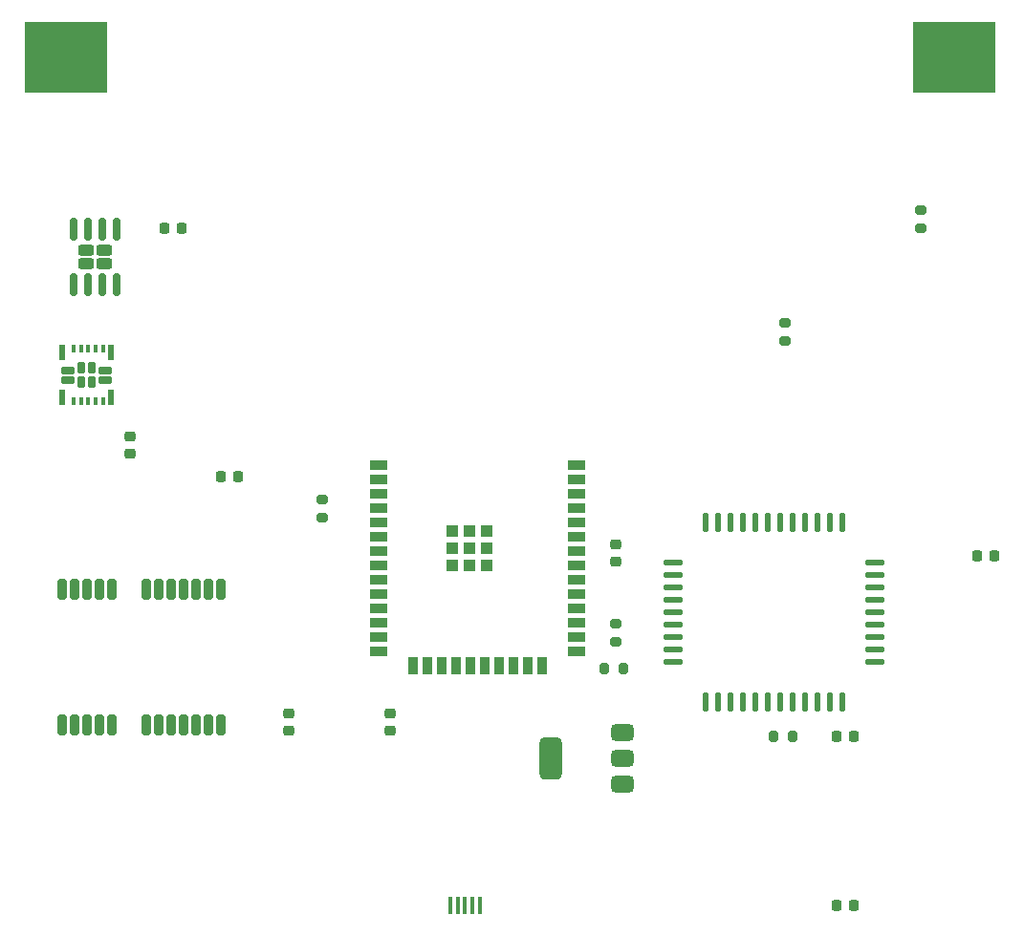
<source format=gbr>
%TF.GenerationSoftware,KiCad,Pcbnew,9.0.0*%
%TF.CreationDate,2025-07-02T16:13:02+05:30*%
%TF.ProjectId,ESP32 GPS + GSM Tracker,45535033-3220-4475-9053-202b2047534d,rev?*%
%TF.SameCoordinates,Original*%
%TF.FileFunction,Paste,Top*%
%TF.FilePolarity,Positive*%
%FSLAX46Y46*%
G04 Gerber Fmt 4.6, Leading zero omitted, Abs format (unit mm)*
G04 Created by KiCad (PCBNEW 9.0.0) date 2025-07-02 16:13:02*
%MOMM*%
%LPD*%
G01*
G04 APERTURE LIST*
G04 Aperture macros list*
%AMRoundRect*
0 Rectangle with rounded corners*
0 $1 Rounding radius*
0 $2 $3 $4 $5 $6 $7 $8 $9 X,Y pos of 4 corners*
0 Add a 4 corners polygon primitive as box body*
4,1,4,$2,$3,$4,$5,$6,$7,$8,$9,$2,$3,0*
0 Add four circle primitives for the rounded corners*
1,1,$1+$1,$2,$3*
1,1,$1+$1,$4,$5*
1,1,$1+$1,$6,$7*
1,1,$1+$1,$8,$9*
0 Add four rect primitives between the rounded corners*
20,1,$1+$1,$2,$3,$4,$5,0*
20,1,$1+$1,$4,$5,$6,$7,0*
20,1,$1+$1,$6,$7,$8,$9,0*
20,1,$1+$1,$8,$9,$2,$3,0*%
G04 Aperture macros list end*
%ADD10R,7.340000X6.350000*%
%ADD11R,1.500000X0.900000*%
%ADD12R,0.900000X1.500000*%
%ADD13R,1.050000X1.050000*%
%ADD14O,0.550000X1.800000*%
%ADD15O,1.800000X0.550000*%
%ADD16RoundRect,0.200000X-0.200000X0.700000X-0.200000X-0.700000X0.200000X-0.700000X0.200000X0.700000X0*%
%ADD17RoundRect,0.200000X0.275000X-0.200000X0.275000X0.200000X-0.275000X0.200000X-0.275000X-0.200000X0*%
%ADD18RoundRect,0.225000X-0.225000X-0.250000X0.225000X-0.250000X0.225000X0.250000X-0.225000X0.250000X0*%
%ADD19RoundRect,0.050050X0.274950X-0.424950X0.274950X0.424950X-0.274950X0.424950X-0.274950X-0.424950X0*%
%ADD20RoundRect,0.049800X0.525200X-0.250200X0.525200X0.250200X-0.525200X0.250200X-0.525200X-0.250200X0*%
%ADD21RoundRect,0.050000X0.200000X-0.650000X0.200000X0.650000X-0.200000X0.650000X-0.200000X-0.650000X0*%
%ADD22RoundRect,0.050050X0.124950X-0.299950X0.124950X0.299950X-0.124950X0.299950X-0.124950X-0.299950X0*%
%ADD23RoundRect,0.225000X-0.250000X0.225000X-0.250000X-0.225000X0.250000X-0.225000X0.250000X0.225000X0*%
%ADD24RoundRect,0.225000X0.225000X0.250000X-0.225000X0.250000X-0.225000X-0.250000X0.225000X-0.250000X0*%
%ADD25RoundRect,0.200000X-0.200000X-0.275000X0.200000X-0.275000X0.200000X0.275000X-0.200000X0.275000X0*%
%ADD26R,0.450000X1.500000*%
%ADD27RoundRect,0.225000X0.250000X-0.225000X0.250000X0.225000X-0.250000X0.225000X-0.250000X-0.225000X0*%
%ADD28RoundRect,0.250000X0.440000X-0.255000X0.440000X0.255000X-0.440000X0.255000X-0.440000X-0.255000X0*%
%ADD29RoundRect,0.150000X0.150000X-0.825000X0.150000X0.825000X-0.150000X0.825000X-0.150000X-0.825000X0*%
%ADD30RoundRect,0.375000X0.625000X0.375000X-0.625000X0.375000X-0.625000X-0.375000X0.625000X-0.375000X0*%
%ADD31RoundRect,0.500000X0.500000X1.400000X-0.500000X1.400000X-0.500000X-1.400000X0.500000X-1.400000X0*%
G04 APERTURE END LIST*
D10*
%TO.C,BT1*%
X80300000Y-51865000D03*
X158960000Y-51865000D03*
%TD*%
D11*
%TO.C,U1*%
X108000000Y-88000000D03*
X108000000Y-89270000D03*
X108000000Y-90540000D03*
X108000000Y-91810000D03*
X108000000Y-93080000D03*
X108000000Y-94350000D03*
X108000000Y-95620000D03*
X108000000Y-96890000D03*
X108000000Y-98160000D03*
X108000000Y-99430000D03*
X108000000Y-100700000D03*
X108000000Y-101970000D03*
X108000000Y-103240000D03*
X108000000Y-104510000D03*
D12*
X111040000Y-105760000D03*
X112310000Y-105760000D03*
X113580000Y-105760000D03*
X114850000Y-105760000D03*
X116120000Y-105760000D03*
X117390000Y-105760000D03*
X118660000Y-105760000D03*
X119930000Y-105760000D03*
X121200000Y-105760000D03*
X122470000Y-105760000D03*
D11*
X125500000Y-104510000D03*
X125500000Y-103240000D03*
X125500000Y-101970000D03*
X125500000Y-100700000D03*
X125500000Y-99430000D03*
X125500000Y-98160000D03*
X125500000Y-96890000D03*
X125500000Y-95620000D03*
X125500000Y-94350000D03*
X125500000Y-93080000D03*
X125500000Y-91810000D03*
X125500000Y-90540000D03*
X125500000Y-89270000D03*
X125500000Y-88000000D03*
D13*
X114545000Y-93815000D03*
X114545000Y-95340000D03*
X114545000Y-96865000D03*
X116070000Y-93815000D03*
X116070000Y-95340000D03*
X116070000Y-96865000D03*
X117595000Y-93815000D03*
X117595000Y-95340000D03*
X117595000Y-96865000D03*
%TD*%
D14*
%TO.C,U2*%
X136950000Y-108950000D03*
X138050000Y-108950000D03*
X139150000Y-108950000D03*
X140250000Y-108950000D03*
X141350000Y-108950000D03*
X142450000Y-108950000D03*
X143550000Y-108950000D03*
X144650000Y-108950000D03*
X145750000Y-108950000D03*
X146850000Y-108950000D03*
X147950000Y-108950000D03*
X149050000Y-108950000D03*
D15*
X134100000Y-105400000D03*
X151900000Y-105400000D03*
X134100000Y-104300000D03*
X151900000Y-104300000D03*
X134100000Y-103200000D03*
X151900000Y-103200000D03*
X134100000Y-102100000D03*
X151900000Y-102100000D03*
X134100000Y-101000000D03*
X151900000Y-101000000D03*
X134100000Y-99900000D03*
X151900000Y-99900000D03*
X134100000Y-98800000D03*
X151900000Y-98800000D03*
X134100000Y-97700000D03*
X151900000Y-97700000D03*
X134100000Y-96600000D03*
X151900000Y-96600000D03*
D14*
X136950000Y-93050000D03*
X138050000Y-93050000D03*
X139150000Y-93050000D03*
X140250000Y-93050000D03*
X141350000Y-93050000D03*
X142450000Y-93050000D03*
X143550000Y-93050000D03*
X144650000Y-93050000D03*
X145750000Y-93050000D03*
X146850000Y-93050000D03*
X147950000Y-93050000D03*
X149050000Y-93050000D03*
%TD*%
D16*
%TO.C,U3*%
X94000000Y-99000000D03*
X92900000Y-99000000D03*
X91800000Y-99000000D03*
X90700000Y-99000000D03*
X89600000Y-99000000D03*
X88500000Y-99000000D03*
X87400000Y-99000000D03*
X84400000Y-99000000D03*
X83300000Y-99000000D03*
X82200000Y-99000000D03*
X81100000Y-99000000D03*
X80000000Y-99000000D03*
X80000000Y-111000000D03*
X81100000Y-111000000D03*
X82200000Y-111000000D03*
X83300000Y-111000000D03*
X84400000Y-111000000D03*
X87400000Y-111000000D03*
X88500000Y-111000000D03*
X89600000Y-111000000D03*
X90700000Y-111000000D03*
X91800000Y-111000000D03*
X92900000Y-111000000D03*
X94000000Y-111000000D03*
%TD*%
D17*
%TO.C,R6*%
X144000000Y-77000000D03*
X144000000Y-75350000D03*
%TD*%
%TO.C,R3*%
X103000000Y-92650000D03*
X103000000Y-91000000D03*
%TD*%
D18*
%TO.C,C6*%
X148530000Y-127000000D03*
X150080000Y-127000000D03*
%TD*%
D19*
%TO.C,U7*%
X81670000Y-80625000D03*
X82620000Y-80625000D03*
D20*
X80470000Y-80425000D03*
X83820000Y-80425000D03*
X80470000Y-79575000D03*
X83820000Y-79575000D03*
D19*
X81670000Y-79375000D03*
X82620000Y-79375000D03*
D21*
X80000000Y-82000000D03*
D22*
X80975000Y-82350000D03*
X81625000Y-82350000D03*
X82275000Y-82350000D03*
X82925000Y-82350000D03*
X83575000Y-82350000D03*
D21*
X84300000Y-82000000D03*
X84300000Y-78000000D03*
D22*
X83575000Y-77650000D03*
X82925000Y-77650000D03*
X82275000Y-77650000D03*
X81625000Y-77650000D03*
X80975000Y-77650000D03*
D21*
X80000000Y-78000000D03*
%TD*%
D17*
%TO.C,R4*%
X129000000Y-103650000D03*
X129000000Y-102000000D03*
%TD*%
D23*
%TO.C,C2*%
X86000000Y-85450000D03*
X86000000Y-87000000D03*
%TD*%
D24*
%TO.C,C7*%
X162550000Y-96000000D03*
X161000000Y-96000000D03*
%TD*%
D18*
%TO.C,C8*%
X89000000Y-67000000D03*
X90550000Y-67000000D03*
%TD*%
D25*
%TO.C,R2*%
X143000000Y-112000000D03*
X144650000Y-112000000D03*
%TD*%
D18*
%TO.C,C4*%
X148530000Y-112000000D03*
X150080000Y-112000000D03*
%TD*%
D26*
%TO.C,J1*%
X114350000Y-127000000D03*
X115000000Y-127000000D03*
X115650000Y-127000000D03*
X116300000Y-127000000D03*
X116950000Y-127000000D03*
%TD*%
D25*
%TO.C,R1*%
X128000000Y-106000000D03*
X129650000Y-106000000D03*
%TD*%
D27*
%TO.C,C3*%
X109000000Y-111550000D03*
X109000000Y-110000000D03*
%TD*%
D18*
%TO.C,C1*%
X94000000Y-89000000D03*
X95550000Y-89000000D03*
%TD*%
D28*
%TO.C,U4*%
X82080000Y-70125000D03*
X83730000Y-70125000D03*
X82080000Y-68925000D03*
X83730000Y-68925000D03*
D29*
X81000000Y-72000000D03*
X82270000Y-72000000D03*
X83540000Y-72000000D03*
X84810000Y-72000000D03*
X84810000Y-67050000D03*
X83540000Y-67050000D03*
X82270000Y-67050000D03*
X81000000Y-67050000D03*
%TD*%
D23*
%TO.C,C5*%
X100000000Y-110000000D03*
X100000000Y-111550000D03*
%TD*%
D27*
%TO.C,C9*%
X129000000Y-96550000D03*
X129000000Y-95000000D03*
%TD*%
D30*
%TO.C,U5*%
X129580000Y-116275000D03*
X129580000Y-113975000D03*
D31*
X123280000Y-113975000D03*
D30*
X129580000Y-111675000D03*
%TD*%
D17*
%TO.C,R5*%
X156000000Y-67000000D03*
X156000000Y-65350000D03*
%TD*%
M02*

</source>
